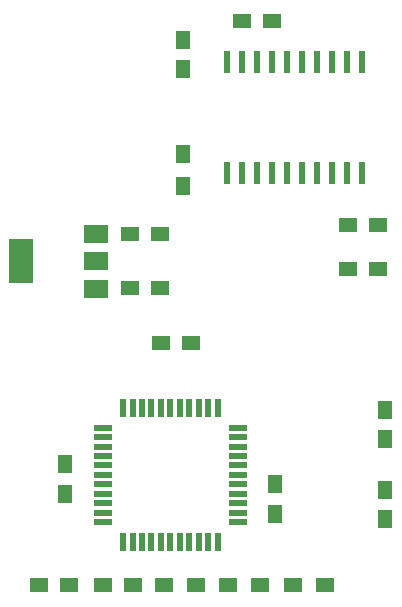
<source format=gtp>
G04 #@! TF.FileFunction,Paste,Top*
%FSLAX46Y46*%
G04 Gerber Fmt 4.6, Leading zero omitted, Abs format (unit mm)*
G04 Created by KiCad (PCBNEW 4.0.7-e1-6374~58~ubuntu14.04.1) date Sat Jan 27 06:03:06 2018*
%MOMM*%
%LPD*%
G01*
G04 APERTURE LIST*
%ADD10C,0.100000*%
%ADD11R,0.600000X1.950000*%
%ADD12R,1.500000X1.250000*%
%ADD13R,1.250000X1.500000*%
%ADD14R,1.500000X1.300000*%
%ADD15R,1.300000X1.500000*%
%ADD16R,1.500000X0.550000*%
%ADD17R,0.550000X1.500000*%
%ADD18R,2.000000X3.800000*%
%ADD19R,2.000000X1.500000*%
G04 APERTURE END LIST*
D10*
D11*
X134655000Y-88710000D03*
X135925000Y-88710000D03*
X137195000Y-88710000D03*
X138465000Y-88710000D03*
X139735000Y-88710000D03*
X141005000Y-88710000D03*
X142275000Y-88710000D03*
X143545000Y-88710000D03*
X144815000Y-88710000D03*
X146085000Y-88710000D03*
X146085000Y-79310000D03*
X144815000Y-79310000D03*
X143545000Y-79310000D03*
X142275000Y-79310000D03*
X141005000Y-79310000D03*
X139735000Y-79310000D03*
X138465000Y-79310000D03*
X137195000Y-79310000D03*
X135925000Y-79310000D03*
X134655000Y-79310000D03*
D12*
X147430000Y-96770000D03*
X144930000Y-96770000D03*
X147430000Y-93090000D03*
X144930000Y-93090000D03*
X135970000Y-75850000D03*
X138470000Y-75850000D03*
D13*
X120970000Y-115820000D03*
X120970000Y-113320000D03*
X130930000Y-77400000D03*
X130930000Y-79900000D03*
D12*
X131590000Y-103070000D03*
X129090000Y-103070000D03*
X126710000Y-123560000D03*
X124210000Y-123560000D03*
D13*
X148040000Y-117990000D03*
X148040000Y-115490000D03*
D12*
X126500000Y-93880000D03*
X129000000Y-93880000D03*
D13*
X138740000Y-115050000D03*
X138740000Y-117550000D03*
X148040000Y-108740000D03*
X148040000Y-111240000D03*
D14*
X129350000Y-123550000D03*
X132050000Y-123550000D03*
D15*
X130920000Y-87060000D03*
X130920000Y-89760000D03*
D14*
X137500000Y-123550000D03*
X134800000Y-123550000D03*
D16*
X124180000Y-110240000D03*
X124180000Y-111040000D03*
X124180000Y-111840000D03*
X124180000Y-112640000D03*
X124180000Y-113440000D03*
X124180000Y-114240000D03*
X124180000Y-115040000D03*
X124180000Y-115840000D03*
X124180000Y-116640000D03*
X124180000Y-117440000D03*
X124180000Y-118240000D03*
D17*
X125880000Y-119940000D03*
X126680000Y-119940000D03*
X127480000Y-119940000D03*
X128280000Y-119940000D03*
X129080000Y-119940000D03*
X129880000Y-119940000D03*
X130680000Y-119940000D03*
X131480000Y-119940000D03*
X132280000Y-119940000D03*
X133080000Y-119940000D03*
X133880000Y-119940000D03*
D16*
X135580000Y-118240000D03*
X135580000Y-117440000D03*
X135580000Y-116640000D03*
X135580000Y-115840000D03*
X135580000Y-115040000D03*
X135580000Y-114240000D03*
X135580000Y-113440000D03*
X135580000Y-112640000D03*
X135580000Y-111840000D03*
X135580000Y-111040000D03*
X135580000Y-110240000D03*
D17*
X133880000Y-108540000D03*
X133080000Y-108540000D03*
X132280000Y-108540000D03*
X131480000Y-108540000D03*
X130680000Y-108540000D03*
X129880000Y-108540000D03*
X129080000Y-108540000D03*
X128280000Y-108540000D03*
X127480000Y-108540000D03*
X126680000Y-108540000D03*
X125880000Y-108540000D03*
D12*
X126500000Y-98450000D03*
X129000000Y-98450000D03*
D18*
X117270000Y-96170000D03*
D19*
X123570000Y-96170000D03*
X123570000Y-93870000D03*
X123570000Y-98470000D03*
D12*
X118800000Y-123570000D03*
X121300000Y-123570000D03*
D14*
X142960000Y-123550000D03*
X140260000Y-123550000D03*
M02*

</source>
